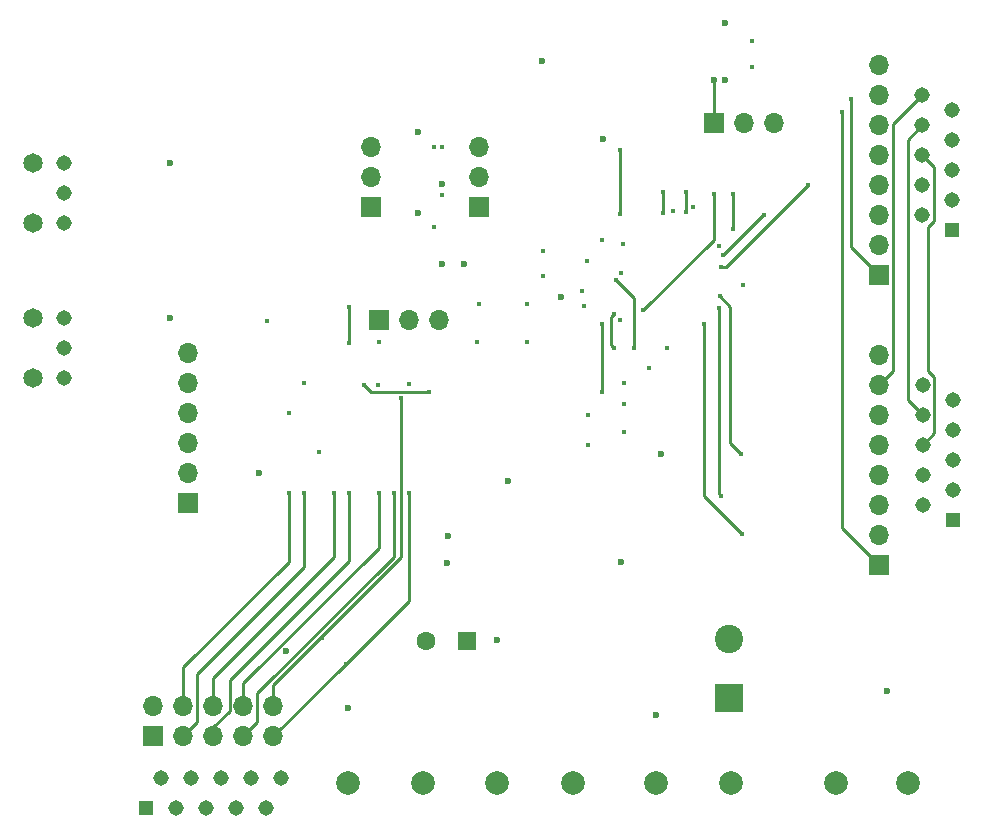
<source format=gbr>
G04 #@! TF.GenerationSoftware,KiCad,Pcbnew,(5.1.9-0-10_14)*
G04 #@! TF.CreationDate,2021-04-25T13:46:17+02:00*
G04 #@! TF.ProjectId,dac,6461632e-6b69-4636-9164-5f7063625858,rev?*
G04 #@! TF.SameCoordinates,Original*
G04 #@! TF.FileFunction,Copper,L2,Inr*
G04 #@! TF.FilePolarity,Positive*
%FSLAX46Y46*%
G04 Gerber Fmt 4.6, Leading zero omitted, Abs format (unit mm)*
G04 Created by KiCad (PCBNEW (5.1.9-0-10_14)) date 2021-04-25 13:46:17*
%MOMM*%
%LPD*%
G01*
G04 APERTURE LIST*
G04 #@! TA.AperFunction,ComponentPad*
%ADD10C,1.308000*%
G04 #@! TD*
G04 #@! TA.AperFunction,ComponentPad*
%ADD11C,1.650000*%
G04 #@! TD*
G04 #@! TA.AperFunction,ComponentPad*
%ADD12O,1.700000X1.700000*%
G04 #@! TD*
G04 #@! TA.AperFunction,ComponentPad*
%ADD13R,1.700000X1.700000*%
G04 #@! TD*
G04 #@! TA.AperFunction,ComponentPad*
%ADD14C,2.000000*%
G04 #@! TD*
G04 #@! TA.AperFunction,ComponentPad*
%ADD15R,1.308000X1.308000*%
G04 #@! TD*
G04 #@! TA.AperFunction,ComponentPad*
%ADD16C,1.600000*%
G04 #@! TD*
G04 #@! TA.AperFunction,ComponentPad*
%ADD17R,1.600000X1.600000*%
G04 #@! TD*
G04 #@! TA.AperFunction,ComponentPad*
%ADD18C,2.400000*%
G04 #@! TD*
G04 #@! TA.AperFunction,ComponentPad*
%ADD19R,2.400000X2.400000*%
G04 #@! TD*
G04 #@! TA.AperFunction,ViaPad*
%ADD20C,0.450000*%
G04 #@! TD*
G04 #@! TA.AperFunction,ViaPad*
%ADD21C,0.600000*%
G04 #@! TD*
G04 #@! TA.AperFunction,Conductor*
%ADD22C,0.250000*%
G04 #@! TD*
G04 APERTURE END LIST*
D10*
X115025000Y-83185000D03*
X115025000Y-85725000D03*
X115025000Y-88265000D03*
D11*
X112395000Y-88265000D03*
X112395000Y-83185000D03*
D10*
X115025000Y-70104000D03*
X115025000Y-72644000D03*
X115025000Y-75184000D03*
D11*
X112395000Y-75184000D03*
X112395000Y-70104000D03*
D12*
X132740400Y-116078000D03*
X132740400Y-118618000D03*
X130200400Y-116078000D03*
X130200400Y-118618000D03*
X127660400Y-116078000D03*
X127660400Y-118618000D03*
X125120400Y-116078000D03*
X125120400Y-118618000D03*
X122580400Y-116078000D03*
D13*
X122580400Y-118618000D03*
D12*
X150177500Y-68732400D03*
X150177500Y-71272400D03*
D13*
X150177500Y-73812400D03*
D14*
X171450000Y-122555000D03*
X165100000Y-122555000D03*
D15*
X190246000Y-100266500D03*
D10*
X187706000Y-98996500D03*
X190246000Y-97726500D03*
X187706000Y-96456500D03*
X190246000Y-95186500D03*
X187706000Y-93916500D03*
X190246000Y-92646500D03*
X187706000Y-91376500D03*
X190246000Y-90106500D03*
X187706000Y-88836500D03*
D12*
X184023000Y-86296500D03*
X184023000Y-88836500D03*
X184023000Y-91376500D03*
X184023000Y-93916500D03*
X184023000Y-96456500D03*
X184023000Y-98996500D03*
X184023000Y-101536500D03*
D13*
X184023000Y-104076500D03*
D12*
X175107600Y-66649600D03*
X172567600Y-66649600D03*
D13*
X170027600Y-66649600D03*
D12*
X141033500Y-68707000D03*
X141033500Y-71247000D03*
D13*
X141033500Y-73787000D03*
D12*
X184023000Y-61785500D03*
X184023000Y-64325500D03*
X184023000Y-66865500D03*
X184023000Y-69405500D03*
X184023000Y-71945500D03*
X184023000Y-74485500D03*
X184023000Y-77025500D03*
D13*
X184023000Y-79565500D03*
D12*
X146748500Y-83375500D03*
X144208500Y-83375500D03*
D13*
X141668500Y-83375500D03*
D15*
X121920000Y-124714000D03*
D10*
X123190000Y-122174000D03*
X124460000Y-124714000D03*
X125730000Y-122174000D03*
X127000000Y-124714000D03*
X128270000Y-122174000D03*
X129540000Y-124714000D03*
X130810000Y-122174000D03*
X132080000Y-124714000D03*
X133350000Y-122174000D03*
D15*
X190224000Y-75755500D03*
D10*
X187684000Y-74485500D03*
X190224000Y-73215500D03*
X187684000Y-71945500D03*
X190224000Y-70675500D03*
X187684000Y-69405500D03*
X190224000Y-68135500D03*
X187684000Y-66865500D03*
X190224000Y-65595500D03*
X187684000Y-64325500D03*
D16*
X145661500Y-110553500D03*
D17*
X149161500Y-110553500D03*
D12*
X125476000Y-86156800D03*
X125476000Y-88696800D03*
X125476000Y-91236800D03*
X125476000Y-93776800D03*
X125476000Y-96316800D03*
D13*
X125476000Y-98856800D03*
D14*
X180340000Y-122555000D03*
X186436000Y-122555000D03*
X145415000Y-122555000D03*
X151638000Y-122529600D03*
X158115000Y-122555000D03*
X139065000Y-122555000D03*
D18*
X171323000Y-110379500D03*
D19*
X171323000Y-115379500D03*
D20*
X165709600Y-72542400D03*
X165735000Y-74295000D03*
X164566600Y-87401400D03*
D21*
X170992800Y-58216800D03*
X147027900Y-71818500D03*
X147027900Y-78625700D03*
X157124400Y-81432400D03*
X131508500Y-96329500D03*
X152579000Y-96976000D03*
D20*
X166096000Y-85770400D03*
X172491400Y-80391000D03*
X162411400Y-88693000D03*
X162411400Y-92815400D03*
X162411400Y-90465900D03*
D21*
X155445800Y-61470200D03*
X148844000Y-78587600D03*
X160629600Y-68072000D03*
X170977600Y-63007200D03*
X144995900Y-74307700D03*
X144995900Y-67449700D03*
D20*
X132160000Y-83422500D03*
D21*
X147510500Y-101663500D03*
X133807200Y-111404400D03*
D20*
X159258000Y-78412000D03*
X155600400Y-79603600D03*
X155600400Y-77520800D03*
X162306000Y-76962000D03*
D21*
X184658000Y-114808000D03*
X165100000Y-116840000D03*
D20*
X135331200Y-88696800D03*
X134061200Y-91236800D03*
X136601200Y-94538800D03*
X159385000Y-91376500D03*
X150114000Y-81978500D03*
X144221200Y-88798400D03*
X159385000Y-93916500D03*
X149987000Y-85217000D03*
X141668500Y-85217000D03*
X141630400Y-88849200D03*
D21*
X165544500Y-94678500D03*
D20*
X162204400Y-79400400D03*
X167690800Y-74218800D03*
X167690800Y-72491600D03*
X163271200Y-85699600D03*
X161747200Y-79959200D03*
X161571002Y-82854800D03*
X161594800Y-85750400D03*
X160528000Y-83718400D03*
X140411200Y-88849200D03*
X145948400Y-89458800D03*
X160528000Y-89458800D03*
X154228800Y-85242400D03*
X159054800Y-82194400D03*
X158902400Y-80873600D03*
X154178000Y-81991200D03*
X170484800Y-77063600D03*
X170827765Y-77884800D03*
X174269400Y-74498200D03*
X177977800Y-71958200D03*
X170611800Y-78862000D03*
X162115500Y-74422000D03*
X162111164Y-68981662D03*
X160528000Y-76581000D03*
X171653200Y-75641200D03*
X171653200Y-72694800D03*
X169189400Y-83693000D03*
X172440600Y-101523800D03*
X170611800Y-98272600D03*
X170459400Y-82372200D03*
X170510200Y-81322199D03*
X172339000Y-94716600D03*
D21*
X170027600Y-63042800D03*
D20*
X181610000Y-64668400D03*
X173228000Y-59740800D03*
X162119800Y-83362800D03*
X170027600Y-72694800D03*
X164033200Y-82550000D03*
X180898800Y-65735200D03*
X173228000Y-61925200D03*
X139128500Y-97980500D03*
X137843498Y-97995502D03*
X139128500Y-85344000D03*
X139128500Y-82296000D03*
X135318500Y-97980500D03*
X134048500Y-97980500D03*
X141668500Y-97980500D03*
X144208500Y-98044000D03*
X138861800Y-112496600D03*
X143573500Y-89979500D03*
X136837709Y-110269309D03*
X142938500Y-98044000D03*
D21*
X147433000Y-103963500D03*
X162179000Y-103822500D03*
X151638000Y-110490000D03*
X139065000Y-116205000D03*
X123952000Y-70104000D03*
X123952000Y-83210400D03*
D20*
X146367500Y-68719700D03*
X146367500Y-75526900D03*
X147017326Y-68734812D03*
X168240800Y-73790771D03*
X166573200Y-74117200D03*
X147015200Y-72796400D03*
D22*
X165735000Y-72567800D02*
X165709600Y-72542400D01*
X165735000Y-74295000D02*
X165735000Y-72567800D01*
X186428810Y-68120690D02*
X187684000Y-66865500D01*
X186428810Y-90099310D02*
X186428810Y-68120690D01*
X187706000Y-91376500D02*
X186428810Y-90099310D01*
X188663001Y-74955421D02*
X188663001Y-70384501D01*
X188163200Y-75455222D02*
X188663001Y-74955421D01*
X188163200Y-87684702D02*
X188163200Y-75455222D01*
X188685001Y-88206503D02*
X188163200Y-87684702D01*
X188663001Y-70384501D02*
X187684000Y-69405500D01*
X188685001Y-92937499D02*
X188685001Y-88206503D01*
X187706000Y-93916500D02*
X188685001Y-92937499D01*
X167690800Y-74218800D02*
X167690800Y-72491600D01*
X163271200Y-81483200D02*
X161747200Y-79959200D01*
X163271200Y-85699600D02*
X163271200Y-81483200D01*
X161346003Y-85501603D02*
X161594800Y-85750400D01*
X161346003Y-83079799D02*
X161346003Y-85501603D01*
X161571002Y-82854800D02*
X161346003Y-83079799D01*
X145914601Y-89425001D02*
X145948400Y-89458800D01*
X140987001Y-89425001D02*
X145914601Y-89425001D01*
X140411200Y-88849200D02*
X140987001Y-89425001D01*
X160528000Y-83718400D02*
X160528000Y-89458800D01*
X185198001Y-87661499D02*
X185198001Y-66811499D01*
X185198001Y-66811499D02*
X187684000Y-64325500D01*
X184023000Y-88836500D02*
X185198001Y-87661499D01*
X174214365Y-74498200D02*
X174269400Y-74498200D01*
X170827765Y-77884800D02*
X174214365Y-74498200D01*
X171074000Y-78862000D02*
X177977800Y-71958200D01*
X170611800Y-78862000D02*
X171074000Y-78862000D01*
X162111164Y-74417664D02*
X162115500Y-74422000D01*
X162111164Y-68981662D02*
X162111164Y-74417664D01*
X171653200Y-75641200D02*
X171653200Y-72694800D01*
X169189400Y-98272600D02*
X172440600Y-101523800D01*
X169189400Y-83693000D02*
X169189400Y-98272600D01*
X170561000Y-98221800D02*
X170611800Y-98272600D01*
X170459400Y-98120200D02*
X170611800Y-98272600D01*
X170459400Y-82372200D02*
X170459400Y-98120200D01*
X170510200Y-81322199D02*
X171424600Y-82236599D01*
X171424600Y-93802200D02*
X172339000Y-94716600D01*
X171424600Y-82236599D02*
X171424600Y-93802200D01*
X170027600Y-63042800D02*
X170027600Y-66649600D01*
X181610000Y-77152500D02*
X181610000Y-64668400D01*
X184023000Y-79565500D02*
X181610000Y-77152500D01*
X170027600Y-76555600D02*
X164033200Y-82550000D01*
X170027600Y-72694800D02*
X170027600Y-76555600D01*
X180898800Y-100952300D02*
X180898800Y-65735200D01*
X184023000Y-104076500D02*
X180898800Y-100952300D01*
X129025399Y-116452003D02*
X129025399Y-113849401D01*
X127660400Y-117817002D02*
X129025399Y-116452003D01*
X127660400Y-118618000D02*
X127660400Y-117817002D01*
X139128500Y-103746300D02*
X139128500Y-97980500D01*
X129025399Y-113849401D02*
X139128500Y-103746300D01*
X127660400Y-116078000D02*
X127660400Y-113639600D01*
X137843498Y-103456502D02*
X137843498Y-97995502D01*
X127660400Y-113639600D02*
X137843498Y-103456502D01*
X139128500Y-85344000D02*
X139128500Y-82296000D01*
X126295401Y-117442999D02*
X126295401Y-113328199D01*
X125120400Y-118618000D02*
X126295401Y-117442999D01*
X135318500Y-104305100D02*
X135318500Y-97980500D01*
X126295401Y-113328199D02*
X135318500Y-104305100D01*
X125120400Y-116078000D02*
X125120400Y-112776000D01*
X134048500Y-103847900D02*
X134048500Y-97980500D01*
X125120400Y-112776000D02*
X134048500Y-103847900D01*
X130200400Y-116078000D02*
X130200400Y-114096800D01*
X141668500Y-102628700D02*
X141668500Y-97980500D01*
X130200400Y-114096800D02*
X141668500Y-102628700D01*
X144208500Y-98044000D02*
X144208500Y-101206300D01*
X144208500Y-101206300D02*
X144208500Y-101346000D01*
X144208500Y-101206300D02*
X144208500Y-107149900D01*
X138861800Y-112496600D02*
X132740400Y-118618000D01*
X144208500Y-107149900D02*
X138861800Y-112496600D01*
X132740400Y-114300000D02*
X132740400Y-116078000D01*
X143573500Y-103466900D02*
X132740400Y-114300000D01*
X143573500Y-89979500D02*
X143573500Y-103466900D01*
X131375401Y-117442999D02*
X130200400Y-118618000D01*
X131375401Y-114953799D02*
X131375401Y-117442999D01*
X142938500Y-103390700D02*
X131375401Y-114953799D01*
X142938500Y-98044000D02*
X142938500Y-103390700D01*
M02*

</source>
